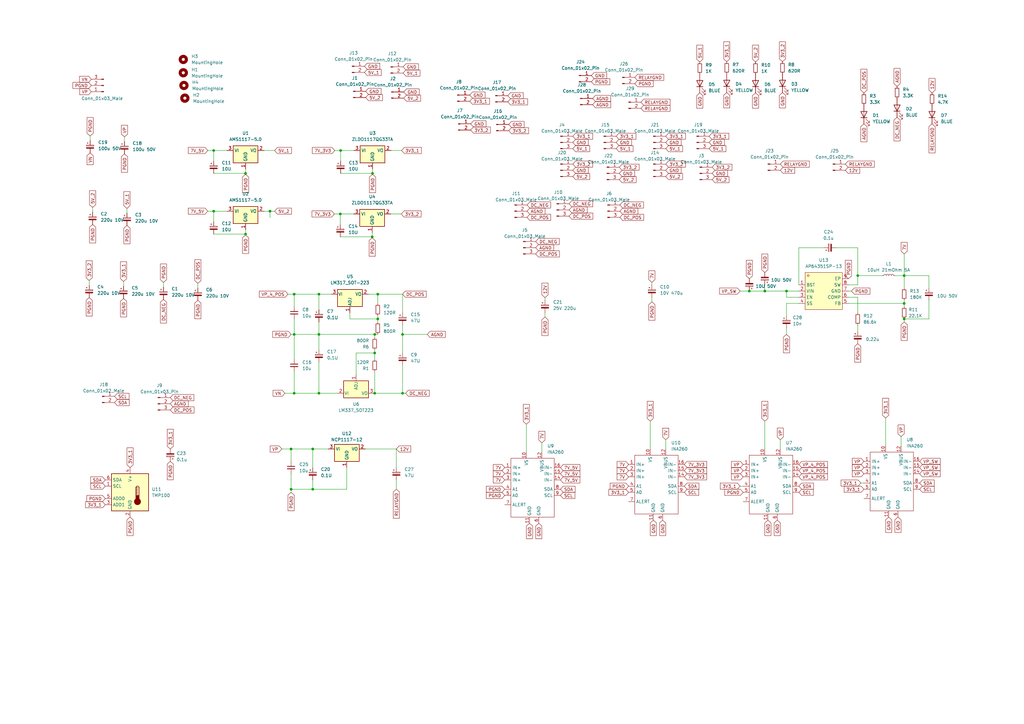
<source format=kicad_sch>
(kicad_sch (version 20231120) (generator "eeschema") (generator_version "8.0")
  (paper "A3")
  (junction (at 313.69 119.38))
  (junction (at 370.84 130.81))
  (junction (at 120.65 161.29))
  (junction (at 154.94 130.81))
  (junction (at 370.84 113.03))
  (junction (at 153.67 144.78))
  (junction (at 139.7 61.722))
  (junction (at 119.38 184.15))
  (junction (at 154.94 120.65))
  (junction (at 370.84 124.46))
  (junction (at 110.744 86.614))
  (junction (at 153.67 137.16))
  (junction (at 130.81 120.65))
  (junction (at 139.573 87.757))
  (junction (at 351.79 113.03))
  (junction (at 165.1 137.16))
  (junction (at 152.654 97.155))
  (junction (at 130.81 161.29))
  (junction (at 128.27 184.15))
  (junction (at 87.63 86.614))
  (junction (at 152.781 71.12))
  (junction (at 120.65 120.65))
  (junction (at 153.67 161.29))
  (junction (at 165.1 161.29))
  (junction (at 322.58 119.38))
  (junction (at 119.38 200.66))
  (junction (at 130.81 137.16))
  (junction (at 307.34 119.38))
  (junction (at 128.27 200.66))
  (junction (at 100.711 96.012))
  (junction (at 120.65 137.16))
  (junction (at 100.711 71.12))
  (junction (at 87.63 61.722))
  (wire (pts (xy 87.63 86.614) (xy 93.091 86.614)))
  (wire (pts (xy 160.274 87.757) (xy 164.592 87.757)))
  (wire (pts (xy 110.744 86.614) (xy 108.331 86.614)))
  (wire (pts (xy 322.58 119.38) (xy 327.66 119.38)))
  (wire (pts (xy 128.27 184.15) (xy 134.62 184.15)))
  (wire (pts (xy 120.65 137.16) (xy 130.81 137.16)))
  (wire (pts (xy 347.98 116.84) (xy 351.79 116.84)))
  (wire (pts (xy 120.65 147.32) (xy 120.65 137.16)))
  (wire (pts (xy 36.576 115.062) (xy 36.576 116.967)))
  (wire (pts (xy 128.27 191.77) (xy 128.27 184.15)))
  (wire (pts (xy 154.94 130.81) (xy 154.94 132.08)))
  (wire (pts (xy 154.94 129.54) (xy 154.94 130.81)))
  (wire (pts (xy 120.65 161.29) (xy 130.81 161.29)))
  (wire (pts (xy 351.8216 107.5565) (xy 351.8216 101.6)))
  (wire (pts (xy 152.654 97.536) (xy 152.654 97.155)))
  (wire (pts (xy 370.84 132.08) (xy 370.84 130.81)))
  (wire (pts (xy 100.711 71.501) (xy 100.711 71.12)))
  (wire (pts (xy 142.24 191.77) (xy 142.24 200.66)))
  (wire (pts (xy 149.86 184.15) (xy 162.56 184.15)))
  (wire (pts (xy 351.79 113.03) (xy 361.95 113.03)))
  (wire (pts (xy 351.79 133.35) (xy 351.79 135.89)))
  (wire (pts (xy 152.654 97.155) (xy 152.654 95.377)))
  (wire (pts (xy 87.63 61.722) (xy 93.091 61.722)))
  (wire (pts (xy 36.957 55.753) (xy 36.957 57.658)))
  (wire (pts (xy 37.973 85.09) (xy 37.973 86.995)))
  (wire (pts (xy 119.38 200.66) (xy 128.27 200.66)))
  (wire (pts (xy 162.56 196.85) (xy 162.56 200.66)))
  (wire (pts (xy 313.69 119.38) (xy 322.58 119.38)))
  (wire (pts (xy 139.573 97.155) (xy 152.654 97.155)))
  (wire (pts (xy 87.63 96.012) (xy 100.711 96.012)))
  (wire (pts (xy 160.401 61.722) (xy 164.719 61.722)))
  (wire (pts (xy 165.1 161.29) (xy 166.37 161.29)))
  (wire (pts (xy 100.711 71.12) (xy 100.711 69.342)))
  (wire (pts (xy 139.7 71.12) (xy 152.781 71.12)))
  (wire (pts (xy 347.98 124.46) (xy 370.84 124.46)))
  (wire (pts (xy 67.056 115.824) (xy 67.056 117.729)))
  (wire (pts (xy 115.57 184.15) (xy 119.38 184.15)))
  (wire (pts (xy 165.1 161.29) (xy 165.1 149.86)))
  (wire (pts (xy 351.79 107.5565) (xy 351.8216 107.5565)))
  (wire (pts (xy 100.711 96.012) (xy 100.711 94.234)))
  (wire (pts (xy 153.67 152.4) (xy 153.67 161.29)))
  (wire (pts (xy 137.16 87.757) (xy 139.573 87.757)))
  (wire (pts (xy 267.3655 115.8059) (xy 267.3655 116.9489)))
  (wire (pts (xy 119.38 137.16) (xy 120.65 137.16)))
  (wire (pts (xy 139.7 61.722) (xy 145.161 61.722)))
  (wire (pts (xy 130.81 161.29) (xy 138.43 161.29)))
  (wire (pts (xy 165.1 128.27) (xy 165.1 120.65)))
  (wire (pts (xy 215.9 173.99) (xy 215.9 185.42)))
  (wire (pts (xy 266.7 172.72) (xy 266.7 184.15)))
  (wire (pts (xy 143.51 128.27) (xy 143.51 130.81)))
  (wire (pts (xy 130.81 120.65) (xy 135.89 120.65)))
  (wire (pts (xy 120.65 152.4) (xy 120.65 161.29)))
  (wire (pts (xy 369.57 179.07) (xy 369.57 182.88)))
  (wire (pts (xy 120.65 130.81) (xy 120.65 137.16)))
  (wire (pts (xy 322.58 129.54) (xy 322.58 124.46)))
  (wire (pts (xy 146.05 144.78) (xy 153.67 144.78)))
  (wire (pts (xy 87.63 66.04) (xy 87.63 61.722)))
  (wire (pts (xy 130.81 127) (xy 130.81 120.65)))
  (wire (pts (xy 353.06 198.12) (xy 354.33 198.12)))
  (wire (pts (xy 165.1 133.35) (xy 165.1 137.16)))
  (wire (pts (xy 112.649 86.614) (xy 110.744 86.614)))
  (wire (pts (xy 347.98 119.38) (xy 349.25 119.38)))
  (wire (pts (xy 146.05 153.67) (xy 146.05 144.78)))
  (wire (pts (xy 130.81 137.16) (xy 130.81 132.08)))
  (wire (pts (xy 162.56 191.77) (xy 162.56 184.15)))
  (wire (pts (xy 154.94 120.65) (xy 154.94 124.46)))
  (wire (pts (xy 81.153 116.205) (xy 81.153 118.11)))
  (wire (pts (xy 327.66 101.6) (xy 337.82 101.6)))
  (wire (pts (xy 87.63 90.932) (xy 87.63 86.614)))
  (wire (pts (xy 85.217 86.614) (xy 87.63 86.614)))
  (wire (pts (xy 130.81 148.59) (xy 130.81 161.29)))
  (wire (pts (xy 154.94 120.65) (xy 165.1 120.65)))
  (wire (pts (xy 50.673 115.443) (xy 50.673 117.348)))
  (wire (pts (xy 370.84 125.73) (xy 370.84 124.46)))
  (wire (pts (xy 119.38 184.15) (xy 128.27 184.15)))
  (wire (pts (xy 153.67 147.32) (xy 153.67 144.78)))
  (wire (pts (xy 370.84 104.14) (xy 370.84 113.03)))
  (wire (pts (xy 370.84 113.03) (xy 370.84 118.11)))
  (wire (pts (xy 322.58 124.46) (xy 327.66 124.46)))
  (wire (pts (xy 307.34 119.38) (xy 313.69 119.38)))
  (wire (pts (xy 222.25 181.61) (xy 222.25 185.42)))
  (wire (pts (xy 153.67 161.29) (xy 165.1 161.29)))
  (wire (pts (xy 327.66 121.92) (xy 322.58 121.92)))
  (wire (pts (xy 139.573 92.075) (xy 139.573 87.757)))
  (wire (pts (xy 303.53 199.39) (xy 304.8 199.39)))
  (wire (pts (xy 320.04 180.34) (xy 320.04 184.15)))
  (wire (pts (xy 347.98 121.92) (xy 351.79 121.92)))
  (wire (pts (xy 153.67 144.78) (xy 153.67 143.51)))
  (wire (pts (xy 118.11 120.65) (xy 120.65 120.65)))
  (wire (pts (xy 381 130.81) (xy 370.84 130.81)))
  (wire (pts (xy 151.13 120.65) (xy 154.94 120.65)))
  (wire (pts (xy 273.05 180.34) (xy 273.05 184.15)))
  (wire (pts (xy 370.84 124.46) (xy 370.84 123.19)))
  (wire (pts (xy 119.38 189.23) (xy 119.38 184.15)))
  (wire (pts (xy 223.52 130.048) (xy 223.52 128.27)))
  (wire (pts (xy 128.27 200.66) (xy 128.27 196.85)))
  (wire (pts (xy 87.63 71.12) (xy 100.711 71.12)))
  (wire (pts (xy 363.22 171.45) (xy 363.22 182.88)))
  (wire (pts (xy 351.79 116.84) (xy 351.79 113.03)))
  (wire (pts (xy 85.217 61.722) (xy 87.63 61.722)))
  (wire (pts (xy 367.03 113.03) (xy 370.84 113.03)))
  (wire (pts (xy 165.1 144.78) (xy 165.1 137.16)))
  (wire (pts (xy 327.66 101.6) (xy 327.66 116.84)))
  (wire (pts (xy 267.3655 123.8069) (xy 267.3655 122.0289)))
  (wire (pts (xy 128.27 200.66) (xy 142.24 200.66)))
  (wire (pts (xy 120.65 125.73) (xy 120.65 120.65)))
  (wire (pts (xy 223.52 122.047) (xy 223.52 123.19)))
  (wire (pts (xy 351.8216 101.6) (xy 342.9 101.6)))
  (wire (pts (xy 322.58 137.16) (xy 322.58 134.62)))
  (wire (pts (xy 120.65 120.65) (xy 130.81 120.65)))
  (wire (pts (xy 153.67 137.16) (xy 154.94 137.16)))
  (wire (pts (xy 322.58 119.38) (xy 322.58 121.92)))
  (wire (pts (xy 143.51 130.81) (xy 154.94 130.81)))
  (wire (pts (xy 137.287 61.722) (xy 139.7 61.722)))
  (wire (pts (xy 351.79 121.92) (xy 351.79 128.27)))
  (wire (pts (xy 100.711 96.393) (xy 100.711 96.012)))
  (wire (pts (xy 152.781 71.501) (xy 152.781 71.12)))
  (wire (pts (xy 139.7 66.04) (xy 139.7 61.722)))
  (wire (pts (xy 351.79 113.03) (xy 351.79 107.5565)))
  (wire (pts (xy 381 113.03) (xy 381 118.11)))
  (wire (pts (xy 108.331 61.722) (xy 112.649 61.722)))
  (wire (pts (xy 303.53 119.38) (xy 307.34 119.38)))
  (wire (pts (xy 153.67 137.16) (xy 153.67 138.43)))
  (wire (pts (xy 119.38 200.66) (xy 119.38 201.93)))
  (wire (pts (xy 313.69 172.72) (xy 313.69 184.15)))
  (wire (pts (xy 110.744 89.281) (xy 110.744 86.614)))
  (wire (pts (xy 119.38 194.31) (xy 119.38 200.66)))
  (wire (pts (xy 130.81 143.51) (xy 130.81 137.16)))
  (wire (pts (xy 51.054 56.134) (xy 51.054 58.039)))
  (wire (pts (xy 152.781 71.12) (xy 152.781 69.342)))
  (wire (pts (xy 130.81 137.16) (xy 153.67 137.16)))
  (wire (pts (xy 116.84 161.29) (xy 120.65 161.29)))
  (wire (pts (xy 313.69 116.84) (xy 313.69 119.38)))
  (wire (pts (xy 381 123.19) (xy 381 130.81)))
  (wire (pts (xy 370.84 113.03) (xy 381 113.03)))
  (wire (pts (xy 175.26 137.16) (xy 165.1 137.16)))
  (wire (pts (xy 52.07 85.471) (xy 52.07 87.376)))
  (wire (pts (xy 139.573 87.757) (xy 145.034 87.757)))
  (global_label "3V3_1" (shape input) (at 353.06 198.12 180) (property "Intersheetrefs" "${INTERSHEET_REFS}" (effects (hide yes))))
  (global_label "5V_2" (shape input) (at 273.05 72.39 0) (property "Intersheetrefs" "${INTERSHEET_REFS}" (effects (hide yes))))
  (global_label "PGND" (shape input) (at 207.01 203.2 180) (property "Intersheetrefs" "${INTERSHEET_REFS}" (effects (hide yes))))
  (global_label "GND" (shape input) (at 298.069 37.973 270) (property "Intersheetrefs" "${INTERSHEET_REFS}" (effects (hide yes))))
  (global_label "GND" (shape input) (at 273.05 58.42 0) (property "Intersheetrefs" "${INTERSHEET_REFS}" (effects (hide yes))))
  (global_label "VP" (shape input) (at 354.33 189.23 180) (property "Intersheetrefs" "${INTERSHEET_REFS}" (effects (hide yes))))
  (global_label "7V_5V" (shape input) (at 85.217 61.722 180) (property "Intersheetrefs" "${INTERSHEET_REFS}" (effects (hide yes))))
  (global_label "SDA" (shape input) (at 280.67 199.39 0) (property "Intersheetrefs" "${INTERSHEET_REFS}" (effects (hide yes))))
  (global_label "SCL" (shape input) (at 46.99 162.56 0) (property "Intersheetrefs" "${INTERSHEET_REFS}" (effects (hide yes))))
  (global_label "DC_NEG" (shape input) (at 254.254 84.074 0) (property "Intersheetrefs" "${INTERSHEET_REFS}" (effects (hide yes))))
  (global_label "AGND" (shape input) (at 233.426 86.106 0) (property "Intersheetrefs" "${INTERSHEET_REFS}" (effects (hide yes))))
  (global_label "GND" (shape input) (at 242.57 30.988 0) (property "Intersheetrefs" "${INTERSHEET_REFS}" (effects (hide yes))))
  (global_label "5V_2" (shape input) (at 165.608 40.259 0) (property "Intersheetrefs" "${INTERSHEET_REFS}" (effects (hide yes))))
  (global_label "GND" (shape input) (at 273.05 69.85 0) (property "Intersheetrefs" "${INTERSHEET_REFS}" (effects (hide yes))))
  (global_label "SDA" (shape input) (at 377.19 198.12 0) (property "Intersheetrefs" "${INTERSHEET_REFS}" (effects (hide yes))))
  (global_label "PGND" (shape input) (at 36.576 122.047 270) (property "Intersheetrefs" "${INTERSHEET_REFS}" (effects (hide yes))))
  (global_label "VP" (shape input) (at 37.465 37.592 180) (property "Intersheetrefs" "${INTERSHEET_REFS}" (effects (hide yes))))
  (global_label "GND" (shape input) (at 165.608 37.719 0) (property "Intersheetrefs" "${INTERSHEET_REFS}" (effects (hide yes))))
  (global_label "DC_NEG" (shape input) (at 219.71 99.06 0) (property "Intersheetrefs" "${INTERSHEET_REFS}" (effects (hide yes))))
  (global_label "3V3_2" (shape input) (at 234.95 67.31 0) (property "Intersheetrefs" "${INTERSHEET_REFS}" (effects (hide yes))))
  (global_label "VN" (shape input) (at 116.84 161.29 180) (property "Intersheetrefs" "${INTERSHEET_REFS}" (effects (hide yes))))
  (global_label "GND" (shape input) (at 252.73 58.42 0) (property "Intersheetrefs" "${INTERSHEET_REFS}" (effects (hide yes))))
  (global_label "VP_SW" (shape input) (at 377.19 194.31 0) (property "Intersheetrefs" "${INTERSHEET_REFS}" (effects (hide yes))))
  (global_label "GND" (shape input) (at 165.354 27.432 0) (property "Intersheetrefs" "${INTERSHEET_REFS}" (effects (hide yes))))
  (global_label "3V3_1" (shape input) (at 234.95 55.88 0) (property "Intersheetrefs" "${INTERSHEET_REFS}" (effects (hide yes))))
  (global_label "3V3_2" (shape input) (at 193.04 53.34 0) (property "Intersheetrefs" "${INTERSHEET_REFS}" (effects (hide yes))))
  (global_label "RELAYGND" (shape input) (at 382.27 50.8 270) (property "Intersheetrefs" "${INTERSHEET_REFS}" (effects (hide yes))))
  (global_label "GND" (shape input) (at 271.78 213.36 270) (property "Intersheetrefs" "${INTERSHEET_REFS}" (effects (hide yes))))
  (global_label "3V3_2" (shape input) (at 254 68.58 0) (property "Intersheetrefs" "${INTERSHEET_REFS}" (effects (hide yes))))
  (global_label "GND" (shape input) (at 318.77 213.36 270) (property "Intersheetrefs" "${INTERSHEET_REFS}" (effects (hide yes))))
  (global_label "7V_5V" (shape input) (at 229.87 191.77 0) (property "Intersheetrefs" "${INTERSHEET_REFS}" (effects (hide yes))))
  (global_label "VP_4_POS" (shape input) (at 118.11 120.65 180) (property "Intersheetrefs" "${INTERSHEET_REFS}" (effects (hide yes))))
  (global_label "AGND" (shape input) (at 219.71 101.6 0) (property "Intersheetrefs" "${INTERSHEET_REFS}" (effects (hide yes))))
  (global_label "PGND" (shape input) (at 152.781 71.501 270) (property "Intersheetrefs" "${INTERSHEET_REFS}" (effects (hide yes))))
  (global_label "PGND" (shape input) (at 50.673 122.428 270) (property "Intersheetrefs" "${INTERSHEET_REFS}" (effects (hide yes))))
  (global_label "PGND" (shape input) (at 69.85 189.23 270) (property "Intersheetrefs" "${INTERSHEET_REFS}" (effects (hide yes))))
  (global_label "3V3_2" (shape input) (at 36.576 115.062 90) (property "Intersheetrefs" "${INTERSHEET_REFS}" (effects (hide yes))))
  (global_label "AGND" (shape input) (at 175.26 137.16 0) (property "Intersheetrefs" "${INTERSHEET_REFS}" (effects (hide yes))))
  (global_label "SDA" (shape input) (at 327.66 199.39 0) (property "Intersheetrefs" "${INTERSHEET_REFS}" (effects (hide yes))))
  (global_label "5V_1" (shape input) (at 165.354 29.972 0) (property "Intersheetrefs" "${INTERSHEET_REFS}" (effects (hide yes))))
  (global_label "RELAYGND" (shape input) (at 320.04 67.31 0) (property "Intersheetrefs" "${INTERSHEET_REFS}" (effects (hide yes))))
  (global_label "VP" (shape input) (at 320.04 180.34 90) (property "Intersheetrefs" "${INTERSHEET_REFS}" (effects (hide yes))))
  (global_label "GND" (shape input) (at 314.96 213.36 270) (property "Intersheetrefs" "${INTERSHEET_REFS}" (effects (hide yes))))
  (global_label "DC_NEG" (shape input) (at 233.426 83.566 0) (property "Intersheetrefs" "${INTERSHEET_REFS}" (effects (hide yes))))
  (global_label "GND" (shape input) (at 192.659 38.989 0) (property "Intersheetrefs" "${INTERSHEET_REFS}" (effects (hide yes))))
  (global_label "RELAYGND" (shape input) (at 262.89 44.45 0) (property "Intersheetrefs" "${INTERSHEET_REFS}" (effects (hide yes))))
  (global_label "3V3_1" (shape input) (at 257.81 201.93 180) (property "Intersheetrefs" "${INTERSHEET_REFS}" (effects (hide yes))))
  (global_label "7V" (shape input) (at 273.05 180.34 90) (property "Intersheetrefs" "${INTERSHEET_REFS}" (effects (hide yes))))
  (global_label "3V3_1" (shape input) (at 298.069 25.273 90) (property "Intersheetrefs" "${INTERSHEET_REFS}" (effects (hide yes))))
  (global_label "5V_2" (shape input) (at 254 73.66 0) (property "Intersheetrefs" "${INTERSHEET_REFS}" (effects (hide yes))))
  (global_label "SDA" (shape input) (at 229.87 200.66 0) (property "Intersheetrefs" "${INTERSHEET_REFS}" (effects (hide yes))))
  (global_label "5V_1" (shape input) (at 252.73 60.96 0) (property "Intersheetrefs" "${INTERSHEET_REFS}" (effects (hide yes))))
  (global_label "GND" (shape input) (at 234.95 58.42 0) (property "Intersheetrefs" "${INTERSHEET_REFS}" (effects (hide yes))))
  (global_label "PGND" (shape input) (at 313.69 111.76 90) (property "Intersheetrefs" "${INTERSHEET_REFS}" (effects (hide yes))))
  (global_label "SDA" (shape input) (at 43.18 196.85 180) (property "Intersheetrefs" "${INTERSHEET_REFS}" (effects (hide yes))))
  (global_label "AGND" (shape input) (at 243.078 42.926 0) (property "Intersheetrefs" "${INTERSHEET_REFS}" (effects (hide yes))))
  (global_label "AGND" (shape input) (at 243.078 40.386 0) (property "Intersheetrefs" "${INTERSHEET_REFS}" (effects (hide yes))))
  (global_label "GND" (shape input) (at 368.3 212.09 270) (property "Intersheetrefs" "${INTERSHEET_REFS}" (effects (hide yes))))
  (global_label "DC_POS" (shape input) (at 254.254 89.154 0) (property "Intersheetrefs" "${INTERSHEET_REFS}" (effects (hide yes))))
  (global_label "7V_3V3" (shape input) (at 280.67 190.5 0) (property "Intersheetrefs" "${INTERSHEET_REFS}" (effects (hide yes))))
  (global_label "12V" (shape input) (at 382.27 38.1 90) (property "Intersheetrefs" "${INTERSHEET_REFS}" (effects (hide yes))))
  (global_label "VN" (shape input) (at 36.957 62.738 270) (property "Intersheetrefs" "${INTERSHEET_REFS}" (effects (hide yes))))
  (global_label "PGND" (shape input) (at 43.18 204.47 180) (property "Intersheetrefs" "${INTERSHEET_REFS}" (effects (hide yes))))
  (global_label "12V" (shape input) (at 320.04 69.85 0) (property "Intersheetrefs" "${INTERSHEET_REFS}" (effects (hide yes))))
  (global_label "VP_4_POS" (shape input) (at 327.66 195.58 0) (property "Intersheetrefs" "${INTERSHEET_REFS}" (effects (hide yes))))
  (global_label "7V_3V3" (shape input) (at 280.67 195.58 0) (property "Intersheetrefs" "${INTERSHEET_REFS}" (effects (hide yes))))
  (global_label "7V" (shape input) (at 207.01 191.77 180) (property "Intersheetrefs" "${INTERSHEET_REFS}" (effects (hide yes))))
  (global_label "GND" (shape input) (at 292.1 71.12 0) (property "Intersheetrefs" "${INTERSHEET_REFS}" (effects (hide yes))))
  (global_label "3V3_2" (shape input) (at 164.592 87.757 0) (property "Intersheetrefs" "${INTERSHEET_REFS}" (effects (hide yes))))
  (global_label "VP" (shape input) (at 354.33 191.77 180) (property "Intersheetrefs" "${INTERSHEET_REFS}" (effects (hide yes))))
  (global_label "PGND" (shape input) (at 152.654 97.536 270) (property "Intersheetrefs" "${INTERSHEET_REFS}" (effects (hide yes))))
  (global_label "VP_4_POS" (shape input) (at 327.66 193.04 0) (property "Intersheetrefs" "${INTERSHEET_REFS}" (effects (hide yes))))
  (global_label "3V3_1" (shape input) (at 215.9 173.99 90) (property "Intersheetrefs" "${INTERSHEET_REFS}" (effects (hide yes))))
  (global_label "VP_SW" (shape input) (at 303.53 119.38 180) (property "Intersheetrefs" "${INTERSHEET_REFS}" (effects (hide yes))))
  (global_label "5V_1" (shape input) (at 287.02 25.4 90) (property "Intersheetrefs" "${INTERSHEET_REFS}" (effects (hide yes))))
  (global_label "3V3_2" (shape input) (at 292.1 68.58 0) (property "Intersheetrefs" "${INTERSHEET_REFS}" (effects (hide yes))))
  (global_label "VP" (shape input) (at 304.8 193.04 180) (property "Intersheetrefs" "${INTERSHEET_REFS}" (effects (hide yes))))
  (global_label "DC_POS" (shape input) (at 81.153 116.205 90) (property "Intersheetrefs" "${INTERSHEET_REFS}" (effects (hide yes))))
  (global_label "DC_POS" (shape input) (at 354.33 38.1 90) (property "Intersheetrefs" "${INTERSHEET_REFS}" (effects (hide yes))))
  (global_label "PGND" (shape input) (at 52.07 92.456 270) (property "Intersheetrefs" "${INTERSHEET_REFS}" (effects (hide yes))))
  (global_label "DC_NEG" (shape input) (at 69.85 163.068 0) (property "Intersheetrefs" "${INTERSHEET_REFS}" (effects (hide yes))))
  (global_label "5V_1" (shape input) (at 234.95 60.96 0) (property "Intersheetrefs" "${INTERSHEET_REFS}" (effects (hide yes))))
  (global_label "PGND" (shape input) (at 267.3655 123.8069 270) (property "Intersheetrefs" "${INTERSHEET_REFS}" (effects (hide yes))))
  (global_label "PGND" (shape input) (at 53.34 212.09 270) (property "Intersheetrefs" "${INTERSHEET_REFS}" (effects (hide yes))))
  (global_label "7V" (shape input) (at 257.81 190.5 180) (property "Intersheetrefs" "${INTERSHEET_REFS}" (effects (hide yes))))
  (global_label "GND" (shape input) (at 208.661 51.054 0) (property "Intersheetrefs" "${INTERSHEET_REFS}" (effects (hide yes))))
  (global_label "GND" (shape input) (at 287.02 38.1 270) (property "Intersheetrefs" "${INTERSHEET_REFS}" (effects (hide yes))))
  (global_label "RELAYGND" (shape input) (at 260.35 31.75 0) (property "Intersheetrefs" "${INTERSHEET_REFS}" (effects (hide yes))))
  (global_label "7V" (shape input) (at 257.81 193.04 180) (property "Intersheetrefs" "${INTERSHEET_REFS}" (effects (hide yes))))
  (global_label "AGND" (shape input) (at 69.85 165.608 0) (property "Intersheetrefs" "${INTERSHEET_REFS}" (effects (hide yes))))
  (global_label "5V_2" (shape input) (at 309.88 25.4 90) (property "Intersheetrefs" "${INTERSHEET_REFS}" (effects (hide yes))))
  (global_label "5V_2" (shape input) (at 37.973 85.09 90) (property "Intersheetrefs" "${INTERSHEET_REFS}" (effects (hide yes))))
  (global_label "DC_POS" (shape input) (at 216.154 89.154 0) (property "Intersheetrefs" "${INTERSHEET_REFS}" (effects (hide yes))))
  (global_label "AGND" (shape input) (at 216.154 86.614 0) (property "Intersheetrefs" "${INTERSHEET_REFS}" (effects (hide yes))))
  (global_label "5V_1" (shape input) (at 290.83 60.96 0) (property "Intersheetrefs" "${INTERSHEET_REFS}" (effects (hide yes))))
  (global_label "7V" (shape input) (at 257.81 195.58 180) (property "Intersheetrefs" "${INTERSHEET_REFS}" (effects (hide yes))))
  (global_label "12V" (shape input) (at 162.56 184.15 0) (property "Intersheetrefs" "${INTERSHEET_REFS}" (effects (hide yes))))
  (global_label "12V" (shape input) (at 346.71 69.85 0) (property "Intersheetrefs" "${INTERSHEET_REFS}" (effects (hide yes))))
  (global_label "PGND" (shape input) (at 67.056 115.824 90) (property "Intersheetrefs" "${INTERSHEET_REFS}" (effects (hide yes))))
  (global_label "GND" (shape input) (at 217.17 214.63 270) (property "Intersheetrefs" "${INTERSHEET_REFS}" (effects (hide yes))))
  (global_label "5V_2" (shape input) (at 234.95 72.39 0) (property "Intersheetrefs" "${INTERSHEET_REFS}" (effects (hide yes))))
  (global_label "GND" (shape input) (at 149.479 27.178 0) (property "Intersheetrefs" "${INTERSHEET_REFS}" (effects (hide yes))))
  (global_label "5V_1" (shape input) (at 112.649 61.722 0) (property "Intersheetrefs" "${INTERSHEET_REFS}" (effects (hide yes))))
  (global_label "DC_NEG" (shape input) (at 67.056 122.809 270) (property "Intersheetrefs" "${INTERSHEET_REFS}" (effects (hide yes))))
  (global_label "VN" (shape input) (at 37.465 32.512 180) (property "Intersheetrefs" "${INTERSHEET_REFS}" (effects (hide yes))))
  (global_label "GND" (shape input) (at 320.929 37.973 270) (property "Intersheetrefs" "${INTERSHEET_REFS}" (effects (hide yes))))
  (global_label "3V3_1" (shape input) (at 164.719 61.722 0) (property "Intersheetrefs" "${INTERSHEET_REFS}" (effects (hide yes))))
  (global_label "PGND" (shape input) (at 242.57 33.528 0) (property "Intersheetrefs" "${INTERSHEET_REFS}" (effects (hide yes))))
  (global_label "VP" (shape input) (at 304.8 195.58 180) (property "Intersheetrefs" "${INTERSHEET_REFS}" (effects (hide yes))))
  (global_label "3V3_1" (shape input) (at 69.85 184.15 90) (property "Intersheetrefs" "${INTERSHEET_REFS}" (effects (hide yes))))
  (global_label "PGND" (shape input) (at 304.8 201.93 180) (property "Intersheetrefs" "${INTERSHEET_REFS}" (effects (hide yes))))
  (global_label "3V3_1" (shape input) (at 53.34 191.77 90) (property "Intersheetrefs" "${INTERSHEET_REFS}" (effects (hide yes))))
  (global_label "GND" (shape input) (at 193.04 50.8 0) (property "Intersheetrefs" "${INTERSHEET_REFS}" (effects (hide yes))))
  (global_label "DC_POS" (shape input) (at 219.71 104.14 0) (property "Intersheetrefs" "${INTERSHEET_REFS}" (effects (hide yes))))
  (global_label "5V_2" (shape input) (at 112.649 86.614 0) (property "Intersheetrefs" "${INTERSHEET_REFS}" (effects (hide yes))))
  (global_label "3V3_2" (shape input) (at 208.661 53.594 0) (property "Intersheetrefs" "${INTERSHEET_REFS}" (effects (hide yes))))
  (global_label "PGND" (shape input) (at 260.35 34.29 0) (property "Intersheetrefs" "${INTERSHEET_REFS}" (effects (hide yes))))
  (global_label "GND" (shape input) (at 220.98 214.63 270) (property "Intersheetrefs" "${INTERSHEET_REFS}" (effects (hide yes))))
  (global_label "3V3_1" (shape input) (at 50.673 115.443 90) (property "Intersheetrefs" "${INTERSHEET_REFS}" (effects (hide yes))))
  (global_label "DC_POS" (shape input) (at 233.426 88.646 0) (property "Intersheetrefs" "${INTERSHEET_REFS}" (effects (hide yes))))
  (global_label "PGND" (shape input) (at 223.52 130.048 270) (property "Intersheetrefs" "${INTERSHEET_REFS}" (effects (hide yes))))
  (global_label "DC_NEG" (shape input) (at 216.154 84.074 0) (property "Intersheetrefs" "${INTERSHEET_REFS}" (effects (hide yes))))
  (global_label "DC_POS" (shape input) (at 165.1 120.65 0) (property "Intersheetrefs" "${INTERSHEET_REFS}" (effects (hide yes))))
  (global_label "3V3_1" (shape input) (at 363.22 171.45 90) (property "Intersheetrefs" "${INTERSHEET_REFS}" (effects (hide yes))))
  (global_label "SCL" (shape input) (at 280.67 201.93 0) (property "Intersheetrefs" "${INTERSHEET_REFS}" (effects (hide yes))))
  (global_label "7V_3V3" (shape input) (at 137.16 87.757 180) (property "Intersheetrefs" "${INTERSHEET_REFS}" (effects (hide yes))))
  (global_label "RELAYGND" (shape input) (at 346.71 67.31 0) (property "Intersheetrefs" "${INTERSHEET_REFS}" (effects (hide yes))))
  (global_label "GND" (shape input) (at 254 71.12 0) (property "Intersheetrefs" "${INTERSHEET_REFS}" (effects (hide yes))))
  (global_label "SCL" (shape input) (at 327.66 201.93 0) (property "Intersheetrefs" "${INTERSHEET_REFS}" (effects (hide yes))))
  (global_label "7V" (shape input) (at 222.25 181.61 90) (property "Intersheetrefs" "${INTERSHEET_REFS}" (effects (hide yes))))
  (global_label "7V" (shape input) (at 267.3655 115.8059 90) (property "Intersheetrefs" "${INTERSHEET_REFS}" (effects (hide yes))))
  (global_label "SCL" (shape input) (at 229.87 203.2 0) (property "Intersheetrefs" "${INTERSHEET_REFS}" (effects (hide yes))))
  (global_label "7V_5V" (shape input) (at 229.87 196.85 0) (property "Intersheetrefs" "${INTERSHEET_REFS}" (effects (hide yes))))
  (global_label "3V3_1" (shape input) (at 43.18 207.01 180) (property "Intersheetrefs" "${INTERSHEET_REFS}" (effects (hide yes))))
  (global_label "5V_2" (shape input) (at 292.1 73.66 0) (property "Intersheetrefs" "${INTERSHEET_REFS}" (effects (hide yes))))
  (global_label "PGND" (shape input) (at 307.34 114.3 90) (property "Intersheetrefs" "${INTERSHEET_REFS}" (effects (hide yes))))
  (global_label "GND" (shape input) (at 208.28 39.243 0) (property "Intersheetrefs" "${INTERSHEET_REFS}" (effects (hide yes))))
  (global_label "VP" (shape input) (at 51.054 56.134 90) (property "Intersheetrefs" "${INTERSHEET_REFS}" (effects (hide yes))))
  (global_label "DC_NEG" (shape input) (at 166.37 161.29 0) (property "Intersheetrefs" "${INTERSHEET_REFS}" (effects (hide yes))))
  (global_label "GND" (shape input) (at 364.49 212.09 270) (property "Intersheetrefs" "${INTERSHEET_REFS}" (effects (hide yes))))
  (global_label "PGND" (shape input) (at 347.98 114.3 90) (property "Intersheetrefs" "${INTERSHEET_REFS}" (effects (hide yes))))
  (global_label "GND" (shape input) (at 309.88 38.1 270) (property "Intersheetrefs" "${INTERSHEET_REFS}" (effects (hide yes))))
  (global_label "DC_NEG" (shape input) (at 367.919 48.133 270) (property "Intersheetrefs" "${INTERSHEET_REFS}" (effects (hide yes))))
  (global_label "AGND" (shape input) (at 367.919 35.433 90) (property "Intersheetrefs" "${INTERSHEET_REFS}" (effects (hide yes))))
  (global_label "SDA" (shape input) (at 46.99 165.1 0) (property "Intersheetrefs" "${INTERSHEET_REFS}" (effects (hide yes))))
  (global_label "VP_SW" (shape input) (at 377.19 191.77 0) (property "Intersheetrefs" "${INTERSHEET_REFS}" (effects (hide yes))))
  (global_label "5V_1" (shape input) (at 149.479 29.718 0) (property "Intersheetrefs" "${INTERSHEET_REFS}" (effects (hide yes))))
  (global_label "PGND" (shape input) (at 37.973 92.075 270) (property "Intersheetrefs" "${INTERSHEET_REFS}" (effects (hide yes))))
  (global_label "VP_SW" (shape input) (at 377.19 189.23 0) (property "Intersheetrefs" "${INTERSHEET_REFS}" (effects (hide yes))))
  (global_label "AGND" (shape input) (at 254.254 86.614 0) (property "Intersheetrefs" "${INTERSHEET_REFS}" (effects (hide yes))))
  (global_label "7V" (shape input) (at 207.01 196.85 180) (property "Intersheetrefs" "${INTERSHEET_REFS}" (effects (hide yes))))
  (global_label "VP" (shape input) (at 369.57 179.07 90) (property "Intersheetrefs" "${INTERSHEET_REFS}" (effects (hide yes))))
  (global_label "PGND" (shape input) (at 349.25 119.38 0) (property "Intersheetrefs" "${INTERSHEET_REFS}" (effects (hide yes))))
  (global_label "7V" (shape input) (at 207.01 194.31 180) (property "Intersheetrefs" "${INTERSHEET_REFS}" (effects (hide yes))))
  (global_label "PGND" (shape input) (at 370.84 132.08 270) (property "Intersheetrefs" "${INTERSHEET_REFS}" (effects (hide yes))))
  (global_label "VP" (shape input) (at 115.57 184.15 180) (property "Intersheetrefs" "${INTERSHEET_REFS}" (effects (hide yes))))
  (global_label "SCL" (shape input) (at 377.19 200.66 0) (property "Intersheetrefs" "${INTERSHEET_REFS}" (effects (hide yes))))
  (global_label "3V3_1" (shape input) (at 354.33 200.66 180) (property "Intersheetrefs" "${INTERSHEET_REFS}" (effects (hide yes))))
  (global_label "PGND" (shape input) (at 36.957 55.753 90) (property "Intersheetrefs" "${INTERSHEET_REFS}" (effects (hide yes))))
  (global_label "PGND" (shape input) (at 100.711 96.393 270) (property "Intersheetrefs" "${INTERSHEET_REFS}" (effects (hide yes))))
  (global_label "5V_1" (shape input) (at 52.07 85.471 90) (property "Intersheetrefs" "${INTERSHEET_REFS}" (effects (hide yes))))
  (global_label "PGND" (shape input) (at 81.153 123.19 270) (property "Intersheetrefs" "${INTERSHEET_REFS}" (effects (hide yes))))
  (global_label "7V_3V3" (shape input) (at 280.67 193.04 0) (property "Intersheetrefs" "${INTERSHEET_REFS}" (effects (hide yes))))
  (global_label "3V3_1" (shape input) (at 290.83 55.88 0) (property "Intersheetrefs" "${INTERSHEET_REFS}" (effects (hide yes))))
  (global_label "VP" (shape input) (at 354.33 194.31 180) (property "Intersheetrefs" "${INTERSHEET_REFS}" (effects (hide yes))))
  (global_label "3V3_1" (shape input) (at 192.659 41.529 0) (property "Intersheetrefs" "${INTERSHEET_REFS}" (effects (hide yes))))
  (global_label "3V3_1" (shape input) (at 273.05 55.88 0) (property "Intersheetrefs" "${INTERSHEET_REFS}" (effects (hide yes))))
  (global_label "7V_5V" (shape input) (at 85.217 86.614 180) (property "Intersheetrefs" "${INTERSHEET_REFS}" (effects (hide yes))))
  (global_label "SCL" (shape input) (at 43.18 199.39 180) (property "Intersheetrefs" "${INTERSHEET_REFS}" (effects (hide yes))))
  (global_label "7V_5V" (shape input) (at 229.87 194.31 0) (property "Intersheetrefs" "${INTERSHEET_REFS}" (effects (hide yes))))
  (global_label "PGND" (shape input) (at 100.711 71.501 270) (property "Intersheetrefs" "${INTERSHEET_REFS}" (effects (hide yes))))
  (global_label "VP" (shape input) (at 304.8 190.5 180) (property "Intersheetrefs" "${INTERSHEET_REFS}" (effects (hide yes))))
  (global_label "VP_4_POS" (shape input) (at 327.66 190.5 0) (property "Intersheetrefs" "${INTERSHEET_REFS}" (effects (hide yes))))
  (global_label "GND" (shape input) (at 267.97 213.36 270) (property "Intersheetrefs" "${INTERSHEET_REFS}" (effects (hide yes))))
  (global_label "PGND" (shape input) (at 37.465 35.052 180) (property "Intersheetrefs" "${INTERSHEET_REFS}" (effects (hide yes))))
  (global_label "5V_1" (shape input) (at 273.05 60.96 0) (property "Intersheetrefs" "${INTERSHEET_REFS}" (effects (hide yes))))
  (global_label "PGND" (shape input) (at 257.81 199.39 180) (property "Intersheetrefs" "${INTERSHEET_REFS}" (effects (hide yes))))
  (global_label "PGND" (shape input) (at 351.79 140.97 270) (property "Intersheetrefs" "${INTERSHEET_REFS}" (effects (hide yes))))
  (global_label "PGND" (shape input) (at 51.054 63.119 270) (property "Intersheetrefs" "${INTERSHEET_REFS}" (effects (hide yes))))
  (global_label "3V3_1" (shape input) (at 208.28 41.783 0) (property "Intersheetrefs" "${INTERSHEET_REFS}" (effects (hide yes))))
  (global_label "3V3_2" (shape input) (at 273.05 67.31 0) (property "Intersheetrefs" "${INTERSHEET_REFS}" (effects (hide yes))))
  (global_label "3V3_2" (shape input) (at 320.929 25.273 90) (property "Intersheetrefs" "${INTERSHEET_REFS}" (effects (hide yes))))
  (global_label "PGND" (shape input) (at 119.38 201.93 270) (property "Intersheetrefs" "${INTERSHEET_REFS}" (effects (hide yes))))
  (global_label "DC_POS" (shape input) (at 69.85 168.148 0) (property "Intersheetrefs" "${INTERSHEET_REFS}" (effects (hide yes))))
  (global_label "PGND" (shape input) (at 322.58 137.16 270) (property "Intersheetrefs" "${INTERSHEET_REFS}" (effects (hide yes))))
  (global_label "RELAYGND" (shape input) (at 262.89 41.91 0) (property "Intersheetrefs" "${INTERSHEET_REFS}" (effects (hide yes))))
  (global_label "3V3_1" (shape input) (at 303.53 199.39 180) (property "Intersheetrefs" "${INTERSHEET_REFS}" (effects (hide yes))))
  (global_label "GND" (shape input) (at 234.95 69.85 0) (property "Intersheetrefs" "${INTERSHEET_REFS}" (effects (hide yes))))
  (global_label "GND" (shape input) (at 290.83 58.42 0) (property "Intersheetrefs" "${INTERSHEET_REFS}" (effects (hide yes))))
  (global_label "RELAYGND" (shape input) (at 162.56 200.66 270) (property "Intersheetrefs" "${INTERSHEET_REFS}" (effects (hide yes))))
  (global_label "PGND" (shape input) (at 119.38 137.16 180) (property "Intersheetrefs" "${INTERSHEET_REFS}" (effects (hide yes))))
  (global_label "3V3_1" (shape input) (at 252.73 55.88 0) (property "Intersheetrefs" "${INTERSHEET_REFS}" (effects (hide yes))))
  (global_label "7V_3V3" (shape input) (at 137.287 61.722 180) (property "Intersheetrefs" "${INTERSHEET_REFS}" (effects (hide yes))))
  (global_label "GND" (shape input) (at 149.987 37.465 0) (property "Intersheetrefs" "${INTERSHEET_REFS}" (effects (hide yes))))
  (global_label "7V" (shape input) (at 370.84 104.14 90) (property "Intersheetrefs" "${INTERSHEET_REFS}" (effects (hide yes))))
  (global_label "5V_2" (shape input) (at 149.987 40.005 0) (property "Intersheetrefs" "${INTERSHEET_REFS}" (effects (hide yes))))
  (global_label "3V3_1" (shape input) (at 266.7 172.72 90) (property "Intersheetrefs" "${INTERSHEET_REFS}" (effects (hide yes))))
  (global_label "AGND" (shape input) (at 354.33 50.8 270) (property "Intersheetrefs" "${INTERSHEET_REFS}" (effects (hide yes))))
  (global_label "3V3_1" (shape input) (at 313.69 172.72 90) (property "Intersheetrefs" "${INTERSHEET_REFS}" (effects (hide yes))))
  (global_label "PGND" (shape input) (at 207.01 200.66 180) (property "Intersheetrefs" "${INTERSHEET_REFS}" (effects (hide yes))))
  (global_label "12V" (shape input) (at 223.52 122.047 90) (property "Intersheetrefs" "${INTERSHEET_REFS}" (effects (hide yes))))
  (symbol (lib_id "Device:C_Polarized_Small") (at 67.056 120.269 0) (unit 1)
    (property "Reference" "C1" (at 70.358 118.4528 0) (effects (justify left)))
    (property "Value" "220u 10V" (at 70.358 120.9928 0) (effects (justify left)))
    (property "Footprint" "Capacitor_THT:CP_Radial_D6.3mm_P2.50mm" (effects (hide yes)))
  )
  (symbol (lib_id "Connector:Conn_01x03_Male") (at 249.174 86.614 0) (unit 1)
    (property "Reference" "J6" (at 249.809 79.375 0))
    (property "Value" "Conn_01x03_Male" (at 249.809 81.915 0))
    (property "Footprint" "Connector_JST:JST_PH_B3B-PH-K_1x03_P2.00mm_Vertical" (effects (hide yes)))
  )
  (symbol (lib_id "Regulator_Linear:LM317_SOT-223") (at 143.51 120.65 0) (unit 1)
    (property "Reference" "U5" (at 143.51 113.411 0))
    (property "Value" "LM317_SOT-223" (at 143.51 115.951 0))
    (property "Footprint" "Package_TO_SOT_SMD:SOT-223-3_TabPin2" (effects (hide yes)))
    (property "Datasheet" "http://www.ti.com/lit/ds/symlink/lm317.pdf" (effects (hide yes)))
    (property "Mouser" "595-LM317DCY" (effects (hide yes)))
  )
  (symbol (lib_id "Device:LED") (at 320.929 34.163 90) (unit 1)
    (property "Reference" "D3" (at 324.485 34.4804 90) (effects (justify right)))
    (property "Value" "YELLOW" (at 324.485 37.0204 90) (effects (justify right)))
    (property "Footprint" "LED_SMD:LED_0603_1608Metric_Pad1.05x0.95mm_HandSolder" (effects (hide yes)))
  )
  (symbol (lib_id "Mechanical:MountingHole") (at 75.184 24.384 0) (unit 1)
    (property "Reference" "H3" (at 78.486 23.1139 0) (effects (justify left)))
    (property "Value" "MountingHole" (at 78.486 25.6539 0) (effects (justify left)))
    (property "Footprint" "MountingHole:MountingHole_3.2mm_M3_DIN965_Pad_TopOnly" (effects (hide yes)))
  )
  (symbol (lib_id "Device:LED") (at 367.919 44.323 90) (unit 1)
    (property "Reference" "D2" (at 371.475 44.6404 90) (effects (justify right)))
    (property "Value" "BLUE" (at 371.475 47.1804 90) (effects (justify right)))
    (property "Footprint" "LED_SMD:LED_0603_1608Metric_Pad1.05x0.95mm_HandSolder" (effects (hide yes)))
  )
  (symbol (lib_id "Connector:Conn_01x02_Pin") (at 255.27 31.75 0) (unit 1)
    (property "Reference" "J26" (at 255.905 26.162 0))
    (property "Value" "Conn_01x02_Pin" (at 255.905 28.702 0))
    (property "Footprint" "Connector_PinHeader_2.54mm:PinHeader_1x02_P2.54mm_Vertical" (effects (hide yes)))
  )
  (symbol (lib_id "Connector:Conn_01x02_Pin") (at 144.907 37.465 0) (unit 1)
    (property "Reference" "J1" (at 145.542 32.004 0))
    (property "Value" "Conn_01x02_Pin" (at 145.542 34.544 0))
    (property "Footprint" "Connector_JST:JST_PH_B2B-PH-K_1x02_P2.00mm_Vertical" (effects (hide yes)))
  )
  (symbol (lib_id "Connector:Conn_01x03_Pin") (at 64.77 165.608 0) (unit 1)
    (property "Reference" "J9" (at 65.405 158.115 0))
    (property "Value" "Conn_01x03_Pin" (at 65.405 160.655 0))
    (property "Footprint" "Connector_PinHeader_2.54mm:PinHeader_1x03_P2.54mm_Vertical" (effects (hide yes)))
  )
  (symbol (lib_id "Device:C_Polarized_Small") (at 81.153 120.65 0) (unit 1)
    (property "Reference" "C6" (at 84.455 118.8338 0) (effects (justify left)))
    (property "Value" "220u 10V" (at 84.455 121.3738 0) (effects (justify left)))
    (property "Footprint" "Capacitor_THT:CP_Radial_D6.3mm_P2.50mm" (effects (hide yes)))
  )
  (symbol (lib_id "Device:L_Small") (at 364.49 113.03 90) (unit 1)
    (property "Reference" "L1" (at 364.49 108.204 90))
    (property "Value" "10uH 21mOhm 5A" (at 364.49 110.744 90))
    (property "Footprint" "Inductor_SMD:L_Vishay_IHLP-4040" (effects (hide yes)))
    (property "Mouser" "704-DR1040-7R0-R" (effects (hide yes)))
  )
  (symbol (lib_id "Connector:Conn_01x02_Pin") (at 203.2 39.243 0) (unit 1)
    (property "Reference" "J17" (at 203.835 33.782 0))
    (property "Value" "Conn_01x02_Pin" (at 203.835 36.322 0))
    (property "Footprint" "Connector_JST:JST_PH_B2B-PH-K_1x02_P2.00mm_Vertical" (effects (hide yes)))
  )
  (symbol (lib_id "Device:C_Polarized_Small") (at 130.81 129.54 0) (unit 1)
    (property "Reference" "C7" (at 134.112 127.7238 0) (effects (justify left)))
    (property "Value" "0.1U" (at 134.112 130.2638 0) (effects (justify left)))
    (property "Footprint" "Capacitor_SMD:C_0603_1608Metric_Pad1.08x0.95mm_HandSolder" (effects (hide yes)))
  )
  (symbol (lib_id "Regulator_Linear:AMS1117-5.0") (at 100.711 61.722 0) (unit 1)
    (property "Reference" "U1" (at 100.711 54.61 0))
    (property "Value" "AMS1117-5.0" (at 100.711 57.15 0))
    (property "Footprint" "Package_TO_SOT_SMD:SOT-223-3_TabPin2" (effects (hide yes)))
    (property "Datasheet" "http://www.advanced-monolithic.com/pdf/ds1117.pdf" (effects (hide yes)))
    (property "Mouser" "926-LM1117MPX5.0NOPB" (effects (hide yes)))
  )
  (symbol (lib_name "INA260_3") (lib_id "Custom:INA260") (at 316.23 219.71 0) (unit 1)
    (property "Reference" "U7" (at 322.2341 181.61 0) (effects (justify left)))
    (property "Value" "INA260" (at 322.2341 184.15 0) (effects (justify left)))
    (property "Footprint" "Package_SO:TSSOP-16_4.4x5mm_P0.65mm" (effects (hide yes)))
  )
  (symbol (lib_id "Connector:Conn_01x03_Male") (at 229.87 69.85 0) (unit 1)
    (property "Reference" "J20" (at 230.505 62.611 0))
    (property "Value" "Conn_01x03_Male" (at 230.505 65.151 0))
    (property "Footprint" "Connector_JST:JST_PH_B3B-PH-K_1x03_P2.00mm_Vertical" (effects (hide yes)))
  )
  (symbol (lib_id "Device:C_Polarized_Small") (at 165.1 130.81 0) (unit 1)
    (property "Reference" "C15" (at 168.402 128.9938 0) (effects (justify left)))
    (property "Value" "47U" (at 168.402 131.5338 0) (effects (justify left)))
    (property "Footprint" "Capacitor_SMD:C_1206_3216Metric_Pad1.33x1.80mm_HandSolder" (effects (hide yes)))
  )
  (symbol (lib_id "Device:C_Polarized_Small") (at 50.673 119.888 0) (unit 1)
    (property "Reference" "C5" (at 53.975 118.0718 0) (effects (justify left)))
    (property "Value" "220u 10V" (at 53.975 120.6118 0) (effects (justify left)))
    (property "Footprint" "Capacitor_THT:CP_Radial_D6.3mm_P2.50mm" (effects (hide yes)))
  )
  (symbol (lib_id "Connector:Conn_01x02_Pin") (at 203.581 51.054 0) (unit 1)
    (property "Reference" "J16" (at 204.216 45.593 0))
    (property "Value" "Conn_01x02_Pin" (at 204.216 48.133 0))
    (property "Footprint" "Connector_JST:JST_PH_B2B-PH-K_1x02_P2.00mm_Vertical" (effects (hide yes)))
  )
  (symbol (lib_id "Device:LED") (at 309.88 34.29 90) (unit 1)
    (property "Reference" "D6" (at 313.436 34.6074 90) (effects (justify right)))
    (property "Value" "BLUE" (at 313.436 37.1474 90) (effects (justify right)))
    (property "Footprint" "LED_SMD:LED_0603_1608Metric_Pad1.05x0.95mm_HandSolder" (effects (hide yes)))
  )
  (symbol (lib_id "Connector:Conn_01x02_Pin") (at 341.63 67.31 0) (unit 1)
    (property "Reference" "J25" (at 342.265 61.849 0))
    (property "Value" "Conn_01x02_Pin" (at 342.265 64.389 0))
    (property "Footprint" "Connector_JST:JST_PH_B2B-PH-K_1x02_P2.00mm_Vertical" (effects (hide yes)))
  )
  (symbol (lib_id "Connector:Conn_01x02_Pin") (at 237.998 40.386 0) (unit 1)
    (property "Reference" "J28" (at 238.633 34.798 0))
    (property "Value" "Conn_01x02_Pin" (at 238.633 37.338 0))
    (property "Footprint" "Connector_JST:JST_PH_B2B-PH-K_1x02_P2.00mm_Vertical" (effects (hide yes)))
  )
  (symbol (lib_id "Device:R_Small") (at 154.94 127 0) (unit 1)
    (property "Reference" "R2" (at 157.226 125.7299 0) (effects (justify left)))
    (property "Value" "120R" (at 157.226 128.2699 0) (effects (justify left)))
    (property "Footprint" "Resistor_SMD:R_0603_1608Metric_Pad0.98x0.95mm_HandSolder" (effects (hide yes)))
  )
  (symbol (lib_id "Device:C_Polarized_Small") (at 267.3655 119.4889 0) (unit 1)
    (property "Reference" "C10" (at 270.6675 117.6727 0) (effects (justify left)))
    (property "Value" "10V 470u" (at 270.6675 120.2127 0) (effects (justify left)))
    (property "Footprint" "Capacitor_THT:CP_Radial_D8.0mm_P3.50mm" (effects (hide yes)))
  )
  (symbol (lib_id "Device:R_Small") (at 309.88 27.94 0) (unit 1)
    (property "Reference" "R10" (at 312.166 26.6699 0) (effects (justify left)))
    (property "Value" "1K" (at 312.166 29.2099 0) (effects (justify left)))
    (property "Footprint" "Resistor_SMD:R_0603_1608Metric_Pad0.98x0.95mm_HandSolder" (effects (hide yes)))
  )
  (symbol (lib_id "Device:C_Polarized_Small") (at 130.81 146.05 0) (unit 1)
    (property "Reference" "C17" (at 134.112 144.2338 0) (effects (justify left)))
    (property "Value" "0.1U" (at 134.112 146.7738 0) (effects (justify left)))
    (property "Footprint" "Capacitor_SMD:C_0603_1608Metric_Pad1.08x0.95mm_HandSolder" (effects (hide yes)))
  )
  (symbol (lib_id "Regulator_Linear:LM337_SOT223") (at 146.05 161.29 0) (unit 1)
    (property "Reference" "U6" (at 146.05 165.735 0))
    (property "Value" "LM337_SOT223" (at 146.05 168.275 0))
    (property "Footprint" "Package_TO_SOT_SMD:SOT-223-3_TabPin2" (effects (hide yes)))
    (property "Datasheet" "http://www.ti.com/lit/ds/symlink/lm337-n.pdf" (effects (hide yes)))
    (property "Mouser" "926-LM337IMPX/NOPB" (effects (hide yes)))
  )
  (symbol (lib_name "INA260_2") (lib_id "Custom:INA260") (at 269.24 219.71 0) (unit 1)
    (property "Reference" "U10" (at 275.2441 181.61 0) (effects (justify left)))
    (property "Value" "INA260" (at 275.2441 184.15 0) (effects (justify left)))
    (property "Footprint" "Package_SO:TSSOP-16_4.4x5mm_P0.65mm" (effects (hide yes)))
  )
  (symbol (lib_id "Device:C_Polarized_Small") (at 87.63 93.472 0) (unit 1)
    (property "Reference" "C12" (at 90.932 91.6558 0) (effects (justify left)))
    (property "Value" "10U" (at 90.932 94.1958 0) (effects (justify left)))
    (property "Footprint" "Capacitor_SMD:C_1206_3216Metric_Pad1.33x1.80mm_HandSolder" (effects (hide yes)))
  )
  (symbol (lib_id "Mechanical:MountingHole") (at 75.184 29.845 0) (unit 1)
    (property "Reference" "H1" (at 78.486 28.5749 0) (effects (justify left)))
    (property "Value" "MountingHole" (at 78.486 31.1149 0) (effects (justify left)))
    (property "Footprint" "MountingHole:MountingHole_3.2mm_M3_DIN965_Pad_TopOnly" (effects (hide yes)))
  )
  (symbol (lib_id "Regulator_Linear:AMS1117-5.0") (at 152.654 87.757 0) (unit 1)
    (property "Reference" "U4" (at 152.654 80.645 0))
    (property "Value" "ZLDO1117QG33TA" (at 152.654 83.185 0))
    (property "Footprint" "Package_TO_SOT_SMD:SOT-223-3_TabPin2" (effects (hide yes)))
    (property "Datasheet" "http://www.advanced-monolithic.com/pdf/ds1117.pdf" (effects (hide yes)))
    (property "Mouser" "ZLDO1117QG33TA" (effects (hide yes)))
  )
  (symbol (lib_id "Device:R_Small") (at 153.67 140.97 180) (unit 1)
    (property "Reference" "R6" (at 151.384 142.2401 0) (effects (justify left)))
    (property "Value" "800R" (at 151.384 139.7001 0) (effects (justify left)))
    (property "Footprint" "Resistor_SMD:R_0603_1608Metric_Pad0.98x0.95mm_HandSolder" (effects (hide yes)))
  )
  (symbol (lib_id "Connector:Conn_01x03_Male") (at 267.97 58.42 0) (unit 1)
    (property "Reference" "J21" (at 268.605 51.181 0))
    (property "Value" "Conn_01x03_Male" (at 268.605 53.721 0))
    (property "Footprint" "Connector_JST:JST_PH_B3B-PH-K_1x03_P2.00mm_Vertical" (effects (hide yes)))
  )
  (symbol (lib_id "Device:R_Small") (at 370.84 120.65 0) (unit 1)
    (property "Reference" "R13" (at 373.126 119.3799 0) (effects (justify left)))
    (property "Value" "180K" (at 373.126 121.9199 0) (effects (justify left)))
    (property "Footprint" "Resistor_SMD:R_0603_1608Metric_Pad0.98x0.95mm_HandSolder" (effects (hide yes)))
    (property "Mouser" " 603-RC0603JR-10180KL " (effects (hide yes)))
  )
  (symbol (lib_id "Connector:Conn_01x02_Pin") (at 257.81 41.91 0) (unit 1)
    (property "Reference" "J29" (at 258.445 36.322 0))
    (property "Value" "Conn_01x02_Pin" (at 258.445 38.862 0))
    (property "Footprint" "Connector_JST:JST_PH_B2B-PH-K_1x02_P2.00mm_Vertical" (effects (hide yes)))
  )
  (symbol (lib_id "Device:C_Polarized_Small") (at 165.1 147.32 0) (unit 1)
    (property "Reference" "C9" (at 168.402 145.5038 0) (effects (justify left)))
    (property "Value" "47U" (at 168.402 148.0438 0) (effects (justify left)))
    (property "Footprint" "Capacitor_SMD:C_1206_3216Metric_Pad1.33x1.80mm_HandSolder" (effects (hide yes)))
  )
  (symbol (lib_id "Device:R_Small") (at 351.79 130.81 0) (unit 1)
    (property "Reference" "R12" (at 354.076 129.5399 0) (effects (justify left)))
    (property "Value" "86.6k" (at 354.076 132.0799 0) (effects (justify left)))
    (property "Footprint" "Resistor_SMD:R_0603_1608Metric_Pad0.98x0.95mm_HandSolder" (effects (hide yes)))
    (property "Mouser" "71-CRCW0603-86.6K-E3" (effects (hide yes)))
  )
  (symbol (lib_id "Connector:Conn_01x03_Male") (at 211.074 86.614 0) (unit 1)
    (property "Reference" "J11" (at 211.709 79.375 0))
    (property "Value" "Conn_01x03_Male" (at 211.709 81.915 0))
    (property "Footprint" "Connector_JST:JST_PH_B3B-PH-K_1x03_P2.00mm_Vertical" (effects (hide yes)))
  )
  (symbol (lib_id "Connector:Conn_01x03_Male") (at 229.87 58.42 0) (unit 1)
    (property "Reference" "J4" (at 230.505 51.181 0))
    (property "Value" "Conn_01x03_Male" (at 230.505 53.721 0))
    (property "Footprint" "Connector_JST:JST_PH_B3B-PH-K_1x03_P2.00mm_Vertical" (effects (hide yes)))
  )
  (symbol (lib_id "Device:C_Polarized_Small") (at 313.69 114.3 180) (unit 1)
    (property "Reference" "C29" (effects (hide yes)))
    (property "Value" "10U 50V" (at 316.23 114.846 0) (effects (justify right)))
    (property "Footprint" "Capacitor_SMD:C_1206_3216Metric_Pad1.33x1.80mm_HandSolder" (effects (hide yes)))
  )
  (symbol (lib_id "Regulator_Linear:AMS1117-5.0") (at 100.711 86.614 0) (unit 1)
    (property "Reference" "U2" (at 100.711 79.502 0))
    (property "Value" "AMS1117-5.0" (at 100.711 82.042 0))
    (property "Footprint" "Package_TO_SOT_SMD:SOT-223-3_TabPin2" (effects (hide yes)))
    (property "Datasheet" "http://www.advanced-monolithic.com/pdf/ds1117.pdf" (effects (hide yes)))
    (property "Mouser" "926-LM1117MPX5.0NOPB" (effects (hide yes)))
  )
  (symbol (lib_id "Device:C_Polarized_Small") (at 37.973 89.535 0) (unit 1)
    (property "Reference" "C2" (at 41.275 87.7188 0) (effects (justify left)))
    (property "Value" "220u 10V" (at 41.275 90.2588 0) (effects (justify left)))
    (property "Footprint" "Capacitor_THT:CP_Radial_D6.3mm_P2.50mm" (effects (hide yes)))
  )
  (symbol (lib_id "Device:C_Polarized_Small") (at 36.957 60.198 0) (unit 1)
    (property "Reference" "C19" (at 40.259 58.3818 0) (effects (justify left)))
    (property "Value" "100u 50V" (at 40.259 60.9218 0) (effects (justify left)))
    (property "Footprint" "Capacitor_THT:CP_Radial_D8.0mm_P3.50mm" (effects (hide yes)))
  )
  (symbol (lib_id "Connector:Conn_01x02_Male") (at 41.91 162.56 0) (unit 1)
    (property "Reference" "J18" (at 42.545 157.734 0))
    (property "Value" "Conn_01x02_Male" (at 42.545 160.274 0))
    (property "Footprint" "Connector_JST:JST_PH_B2B-PH-K_1x02_P2.00mm_Vertical" (effects (hide yes)))
  )
  (symbol (lib_id "Device:C_Polarized_Small") (at 52.07 89.916 0) (unit 1)
    (property "Reference" "C3" (at 55.372 88.0998 0) (effects (justify left)))
    (property "Value" "220u 10V" (at 55.372 90.6398 0) (effects (justify left)))
    (property "Footprint" "Capacitor_THT:CP_Radial_D6.3mm_P2.50mm" (effects (hide yes)))
  )
  (symbol (lib_id "Device:C_Small") (at 120.65 128.27 0) (unit 1)
    (property "Reference" "C8" (at 123.952 127.0063 0) (effects (justify left)))
    (property "Value" "10u" (at 123.952 129.5463 0) (effects (justify left)))
    (property "Footprint" "Capacitor_SMD:C_1206_3216Metric_Pad1.33x1.80mm_HandSolder" (effects (hide yes)))
  )
  (symbol (lib_id "Device:C_Polarized_Small") (at 87.63 68.58 0) (unit 1)
    (property "Reference" "C11" (at 90.932 66.7638 0) (effects (justify left)))
    (property "Value" "10U" (at 90.932 69.3038 0) (effects (justify left)))
    (property "Footprint" "Capacitor_SMD:C_1206_3216Metric_Pad1.33x1.80mm_HandSolder" (effects (hide yes)))
  )
  (symbol (lib_id "Device:C_Small") (at 119.38 191.77 0) (unit 1)
    (property "Reference" "C25" (at 122.682 190.5063 0) (effects (justify left)))
    (property "Value" "10u" (at 122.682 193.0463 0) (effects (justify left)))
    (property "Footprint" "Capacitor_SMD:C_1206_3216Metric_Pad1.33x1.80mm_HandSolder" (effects (hide yes)))
  )
  (symbol (lib_id "Device:C_Polarized_Small") (at 36.576 119.507 0) (unit 1)
    (property "Reference" "C4" (at 39.878 117.6908 0) (effects (justify left)))
    (property "Value" "220u 10V" (at 39.878 120.2308 0) (effects (justify left)))
    (property "Footprint" "Capacitor_THT:CP_Radial_D6.3mm_P2.50mm" (effects (hide yes)))
  )
  (symbol (lib_id "Connector:Conn_01x03_Male") (at 285.75 58.42 0) (unit 1)
    (property "Reference" "J19" (at 286.385 51.181 0))
    (property "Value" "Conn_01x03_Male" (at 286.385 53.721 0))
    (property "Footprint" "Connector_JST:JST_PH_B3B-PH-K_1x03_P2.00mm_Vertical" (effects (hide yes)))
  )
  (symbol (lib_id "Device:R_Small") (at 153.67 149.86 180) (unit 1)
    (property "Reference" "R1" (at 151.384 151.1301 0) (effects (justify left)))
    (property "Value" "120R" (at 151.384 148.5901 0) (effects (justify left)))
    (property "Footprint" "Resistor_SMD:R_0603_1608Metric_Pad0.98x0.95mm_HandSolder" (effects (hide yes)))
  )
  (symbol (lib_id "Device:C_Polarized_Small") (at 162.56 194.31 0) (unit 1)
    (property "Reference" "C27" (at 165.862 192.4938 0) (effects (justify left)))
    (property "Value" "47U" (at 165.862 195.0338 0) (effects (justify left)))
    (property "Footprint" "Capacitor_SMD:C_1206_3216Metric_Pad1.33x1.80mm_HandSolder" (effects (hide yes)))
  )
  (symbol (lib_id "Connector:Conn_01x03_Male") (at 247.65 58.42 0) (unit 1)
    (property "Reference" "J15" (at 248.285 51.181 0))
    (property "Value" "Conn_01x03_Male" (at 248.285 53.721 0))
    (property "Footprint" "Connector_JST:JST_PH_B3B-PH-K_1x03_P2.00mm_Vertical" (effects (hide yes)))
  )
  (symbol (lib_id "Device:C_Polarized_Small") (at 381 120.65 0) (unit 1)
    (property "Reference" "C22" (effects (hide yes)))
    (property "Value" "10U 50V" (at 384.302 121.3738 0) (effects (justify left)))
    (property "Footprint" "Capacitor_SMD:C_1206_3216Metric_Pad1.33x1.80mm_HandSolder" (effects (hide yes)))
  )
  (symbol (lib_id "Device:C_Polarized_Small") (at 139.7 68.58 0) (unit 1)
    (property "Reference" "C13" (at 143.002 66.7638 0) (effects (justify left)))
    (property "Value" "10U" (at 143.002 69.3038 0) (effects (justify left)))
    (property "Footprint" "Capacitor_SMD:C_1206_3216Metric_Pad1.33x1.80mm_HandSolder" (effects (hide yes)))
  )
  (symbol (lib_id "Connector:Conn_01x02_Pin") (at 237.49 30.988 0) (unit 1)
    (property "Reference" "J24" (at 238.125 25.4 0))
    (property "Value" "Conn_01x02_Pin" (at 238.125 27.94 0))
    (property "Footprint" "Connector_PinHeader_2.54mm:PinHeader_1x02_P2.54mm_Vertical" (effects (hide yes)))
  )
  (symbol (lib_id "Connector:Conn_01x03_Male") (at 42.545 35.052 180) (unit 1)
    (property "Reference" "J27" (effects (hide yes)))
    (property "Value" "Conn_01x03_Male" (at 41.91 40.386 0))
    (property "Footprint" "Connector_JST:JST_VH_B3P-VH_1x03_P3.96mm_Vertical" (effects (hide yes)))
  )
  (symbol (lib_id "Regulator_Linear:NCP1117-12_SOT223") (at 142.24 184.15 0) (unit 1)
    (property "Reference" "U12" (at 142.24 177.8 0))
    (property "Value" "NCP1117-12" (at 142.24 180.34 0))
    (property "Footprint" "Package_TO_SOT_SMD:SOT-223" (effects (hide yes)))
    (property "Datasheet" "http://www.onsemi.com/pub_link/Collateral/NCP1117-D.PDF" (effects (hide yes)))
    (property "Description" "1A Low drop-out regulator, Fixed Output 12V, SOT-223" (effects (hide yes)))
    (property "Mouser" "863-NCP1117ST12T3G" (effects (hide yes)))
  )
  (symbol (lib_id "Device:R_Small") (at 367.919 37.973 0) (unit 1)
    (property "Reference" "R4" (at 370.205 36.7029 0) (effects (justify left)))
    (property "Value" "3.3K" (at 370.205 39.2429 0) (effects (justify left)))
    (property "Footprint" "Resistor_SMD:R_0603_1608Metric_Pad0.98x0.95mm_HandSolder" (effects (hide yes)))
  )
  (symbol (lib_id "Sensor_Temperature:TMP100") (at 53.34 201.93 0) (unit 1)
    (property "Reference" "U11" (at 62.23 200.6599 0) (effects (justify left)))
    (property "Value" "TMP100" (at 62.23 203.1999 0) (effects (justify left)))
    (property "Footprint" "Package_TO_SOT_SMD:SOT-23-6" (effects (hide yes)))
    (property "Datasheet" "http://www.ti.com/lit/gpn/tmp100" (effects (hide yes)))
    (property "Description" "Temperature Sensor with I2C/SMBus Interface, SOT-23-6" (effects (hide yes)))
    (property "Mouser" " 595-TMP100NA/3K " (effects (hide yes)))
  )
  (symbol (lib_id "Device:C_Polarized_Small") (at 351.79 138.43 0) (unit 1)
    (property "Reference" "C26" (effects (hide yes)))
    (property "Value" "0.22u" (at 355.092 139.1538 0) (effects (justify left)))
    (property "Footprint" "Capacitor_SMD:C_0805_2012Metric_Pad1.18x1.45mm_HandSolder" (effects (hide yes)))
  )
  (symbol (lib_id "Device:R_Small") (at 382.27 40.64 0) (unit 1)
    (property "Reference" "R14" (at 384.556 39.3699 0) (effects (justify left)))
    (property "Value" "4.7K" (at 384.556 41.9099 0) (effects (justify left)))
    (property "Footprint" "Resistor_SMD:R_0603_1608Metric_Pad0.98x0.95mm_HandSolder" (effects (hide yes)))
  )
  (symbol (lib_id "Connector:Conn_01x03_Male") (at 214.63 101.6 0) (unit 1)
    (property "Reference" "J5" (at 215.265 94.361 0))
    (property "Value" "Conn_01x03_Male" (at 215.265 96.901 0))
    (property "Footprint" "Connector_JST:JST_PH_B3B-PH-K_1x03_P2.00mm_Vertical" (effects (hide yes)))
  )
  (symbol (lib_id "Connector:Conn_01x02_Pin") (at 314.96 67.31 0) (unit 1)
    (property "Reference" "J23" (at 315.595 61.849 0))
    (property "Value" "Conn_01x02_Pin" (at 315.595 64.389 0))
    (property "Footprint" "Connector_JST:JST_PH_B2B-PH-K_1x02_P2.00mm_Vertical" (effects (hide yes)))
  )
  (symbol (lib_id "Connector:Conn_01x02_Pin") (at 187.579 38.989 0) (unit 1)
    (property "Reference" "J8" (at 188.214 33.528 0))
    (property "Value" "Conn_01x02_Pin" (at 188.214 36.068 0))
    (property "Footprint" "Connector_JST:JST_PH_B2B-PH-K_1x02_P2.00mm_Vertical" (effects (hide yes)))
  )
  (symbol (lib_id "Connector:Conn_01x03_Male") (at 228.346 86.106 0) (unit 1)
    (property "Reference" "J10" (at 228.981 78.867 0))
    (property "Value" "Conn_01x03_Male" (at 228.981 81.407 0))
    (property "Footprint" "Connector_JST:JST_PH_B3B-PH-K_1x03_P2.00mm_Vertical" (effects (hide yes)))
  )
  (symbol (lib_id "Device:C_Polarized_Small") (at 69.85 186.69 180) (unit 1)
    (property "Reference" "C23" (at 72.39 185.966 0) (effects (justify right)))
    (property "Value" "0.1u" (at 72.39 188.506 0) (effects (justify right)))
    (property "Footprint" "Capacitor_SMD:C_0805_2012Metric_Pad1.18x1.45mm_HandSolder" (effects (hide yes)))
  )
  (symbol (lib_id "Device:C_Polarized_Small") (at 223.52 125.73 0) (unit 1)
    (property "Reference" "C21" (at 226.822 123.9138 0) (effects (justify left)))
    (property "Value" "25V 220u" (at 226.822 126.4538 0) (effects (justify left)))
    (property "Footprint" "Capacitor_THT:CP_Radial_D8.0mm_P3.50mm" (effects (hide yes)))
  )
  (symbol (lib_id "Device:LED") (at 298.069 34.163 90) (unit 1)
    (property "Reference" "D4" (at 301.625 34.4804 90) (effects (justify right)))
    (property "Value" "YELLOW" (at 301.625 37.0204 90) (effects (justify right)))
    (property "Footprint" "LED_SMD:LED_0603_1608Metric_Pad1.05x0.95mm_HandSolder" (effects (hide yes)))
  )
  (symbol (lib_id "Device:C_Polarized_Small") (at 128.27 194.31 0) (unit 1)
    (property "Reference" "C20" (at 131.572 192.4938 0) (effects (justify left)))
    (property "Value" "0.1U" (at 131.572 195.0338 0) (effects (justify left)))
    (property "Footprint" "Capacitor_SMD:C_0603_1608Metric_Pad1.08x0.95mm_HandSolder" (effects (hide yes)))
  )
  (symbol (lib_id "Connector:Conn_01x03_Male") (at 287.02 71.12 0) (unit 1)
    (property "Reference" "J3" (at 287.655 63.881 0))
    (property "Value" "Conn_01x03_Male" (at 287.655 66.421 0))
    (property "Footprint" "Connector_JST:JST_PH_B3B-PH-K_1x03_P2.00mm_Vertical" (effects (hide yes)))
  )
  (symbol (lib_id "Device:LED") (at 382.27 46.99 90) (unit 1)
    (property "Reference" "D7" (at 385.826 47.3074 90) (effects (justify right)))
    (property "Value" "BLUE" (at 385.826 49.8474 90) (effects (justify right)))
    (property "Footprint" "LED_SMD:LED_0603_1608Metric_Pad1.05x0.95mm_HandSolder" (effects (hide yes)))
  )
  (symbol (lib_id "Device:R_Small") (at 298.069 27.813 0) (unit 1)
    (property "Reference" "R7" (at 300.355 26.5429 0) (effects (justify left)))
    (property "Value" "620R" (at 300.355 29.0829 0) (effects (justify left)))
    (property "Footprint" "Resistor_SMD:R_0603_1608Metric_Pad0.98x0.95mm_HandSolder" (effects (hide yes)))
  )
  (symbol (lib_id "Device:LED") (at 287.02 34.29 90) (unit 1)
    (property "Reference" "D5" (at 290.576 34.6074 90) (effects (justify right)))
    (property "Value" "BLUE" (at 290.576 37.1474 90) (effects (justify right)))
    (property "Footprint" "LED_SMD:LED_0603_1608Metric_Pad1.05x0.95mm_HandSolder" (effects (hide yes)))
  )
  (symbol (lib_id "Connector:Conn_01x02_Pin") (at 160.274 27.432 0) (unit 1)
    (property "Reference" "J12" (at 160.909 21.971 0))
    (property "Value" "Conn_01x02_Pin" (at 160.909 24.511 0))
    (property "Footprint" "Connector_JST:JST_PH_B2B-PH-K_1x02_P2.00mm_Vertical" (effects (hide yes)))
  )
  (symbol (lib_id "Custom:INA260") (at 365.76 218.44 0) (unit 1)
    (property "Reference" "U8" (at 371.7641 180.34 0) (effects (justify left)))
    (property "Value" "INA260" (at 371.7641 182.88 0) (effects (justify left)))
    (property "Footprint" "Package_SO:TSSOP-16_4.4x5mm_P0.65mm" (effects (hide yes)))
  )
  (symbol (lib_id "Connector:Conn_01x03_Male") (at 267.97 69.85 0) (unit 1)
    (property "Reference" "J14" (at 268.605 62.611 0))
    (property "Value" "Conn_01x03_Male" (at 268.605 65.151 0))
    (property "Footprint" "Connector_JST:JST_PH_B3B-PH-K_1x03_P2.00mm_Vertical" (effects (hide yes)))
  )
  (symbol (lib_id "Connector:Conn_01x02_Pin") (at 160.528 37.719 0) (unit 1)
    (property "Reference" "J2" (at 161.163 32.258 0))
    (property "Value" "Conn_01x02_Pin" (at 161.163 34.798 0))
    (property "Footprint" "Connector_JST:JST_PH_B2B-PH-K_1x02_P2.00mm_Vertical" (effects (hide yes)))
  )
  (symbol (lib_id "Mechanical:MountingHole") (at 75.819 40.259 0) (unit 1)
    (property "Reference" "H2" (at 79.121 38.9889 0) (effects (justify left)))
    (property "Value" "MountingHole" (at 79.121 41.5289 0) (effects (justify left)))
    (property "Footprint" "MountingHole:MountingHole_3.2mm_M3_DIN965_Pad_TopOnly" (effects (hide yes)))
  )
  (symbol (lib_id "Device:C_Polarized_Small") (at 340.36 101.6 90) (unit 1)
    (property "Reference" "C24" (at 339.8139 95.123 90))
    (property "Value" "0.1u" (at 339.8139 97.663 90))
    (property "Footprint" "Capacitor_SMD:C_0805_2012Metric_Pad1.18x1.45mm_HandSolder" (effects (hide yes)))
  )
  (symbol (lib_id "Device:C_Polarized_Small") (at 307.34 116.84 180) (unit 1)
    (property "Reference" "C30" (effects (hide yes)))
    (property "Value" "10U 50V" (at 309.88 117.386 0) (effects (justify right)))
    (property "Footprint" "Capacitor_SMD:C_1206_3216Metric_Pad1.33x1.80mm_HandSolder" (effects (hide yes)))
  )
  (symbol (lib_id "Device:R_Small") (at 287.02 27.94 0) (unit 1)
    (property "Reference" "R9" (at 289.306 26.6699 0) (effects (justify left)))
    (property "Value" "1K" (at 289.306 29.2099 0) (effects (justify left)))
    (property "Footprint" "Resistor_SMD:R_0603_1608Metric_Pad0.98x0.95mm_HandSolder" (effects (hide yes)))
  )
  (symbol (lib_id "Connector:Conn_01x02_Pin") (at 187.96 50.8 0) (unit 1)
    (property "Reference" "J7" (at 188.595 45.339 0))
    (property "Value" "Conn_01x02_Pin" (at 188.595 47.879 0))
    (property "Footprint" "Connector_JST:JST_PH_B2B-PH-K_1x02_P2.00mm_Vertical" (effects (hide yes)))
  )
  (symbol (lib_id "Connector:Conn_01x03_Male") (at 248.92 71.12 0) (unit 1)
    (property "Reference" "J22" (at 249.555 63.881 0))
    (property "Value" "Conn_01x03_Male" (at 249.555 66.421 0))
    (property "Footprint" "Connector_JST:JST_PH_B3B-PH-K_1x03_P2.00mm_Vertical" (effects (hide yes)))
  )
  (symbol (lib_id "Device:C_Small") (at 120.65 149.86 0) (unit 1)
    (property "Reference" "C16" (at 123.952 148.5963 0) (effects (justify left)))
    (property "Value" "10u" (at 123.952 151.1363 0) (effects (justify left)))
    (property "Footprint" "Capacitor_SMD:C_1206_3216Metric_Pad1.33x1.80mm_HandSolder" (effects (hide yes)))
  )
  (symbol (lib_id "Device:R_Small") (at 354.33 40.64 0) (unit 1)
    (property "Reference" "R3" (at 356.616 39.3699 0) (effects (justify left)))
    (property "Value" "3.3K" (at 356.616 41.9099 0) (effects (justify left)))
    (property "Footprint" "Resistor_SMD:R_0603_1608Metric_Pad0.98x0.95mm_HandSolder" (effects (hide yes)))
  )
  (symbol (lib_id "Connector:Conn_01x02_Pin") (at 144.399 27.178 0) (unit 1)
    (property "Reference" "J13" (at 145.034 21.717 0))
    (property "Value" "Conn_01x02_Pin" (at 145.034 24.257 0))
    (property "Footprint" "Connector_JST:JST_PH_B2B-PH-K_1x02_P2.00mm_Vertical" (effects (hide yes)))
  )
  (symbol (lib_id "Device:R_Small") (at 154.94 134.62 0) (unit 1)
    (property "Reference" "R5" (at 157.226 133.3499 0) (effects (justify left)))
    (property "Value" "800R" (at 157.226 135.8899 0) (effects (justify left)))
    (property "Footprint" "Resistor_SMD:R_0603_1608Metric_Pad0.98x0.95mm_HandSolder" (effects (hide yes)))
  )
  (symbol (lib_id "Device:R_Small") (at 370.84 128.27 0) (unit 1)
    (property "Reference" "R11" (at 372.618 127 0) (effects (justify left)))
    (property "Value" "22.1K" (at 372.618 129.54 0) (effects (justify left)))
    (property "Footprint" "Resistor_SMD:R_0603_1608Metric_Pad0.98x0.95mm_HandSolder" (effects (hide yes)))
    (property "Mouser" "603-RC0603JR-07820KP" (effects (hide yes)))
  )
  (symbol (lib_id "Device:C_Polarized_Small") (at 139.573 94.615 0) (unit 1)
    (property "Reference" "C14" (at 142.875 92.7988 0) (effects (justify left)))
    (property "Value" "10U" (at 142.875 95.3388 0) (effects (justify left)))
    (property "Footprint" "Capacitor_SMD:C_1206_3216Metric_Pad1.33x1.80mm_HandSolder" (effects (hide yes)))
  )
  (symbol (lib_id "easyeda2kicad:AP64351SP-13") (at 337.82 119.38 0) (unit 1)
    (property "Reference" "U13" (at 337.82 106.68 0))
    (property "Value" "AP64351SP-13" (at 337.82 109.22 0))
    (property "Footprint" "easyeda2kicad:SOIC-8_L4.9-W3.9-P1.27-LS6.0-BL-EP" (effects (hide yes)))
    (property "LCSC Part" "C3192339" (effects (hide yes)))
    (property "Mouser" " 621-AP64351SP-13 " (effects (hide yes)))
  )
  (symbol (lib_id "Device:LED") (at 354.33 46.99 90) (unit 1)
    (property "Reference" "D1" (at 357.886 47.3074 90) (effects (justify right)))
    (property "Value" "YELLOW" (at 357.886 49.8474 90) (effects (justify right)))
    (property "Footprint" "LED_SMD:LED_0603_1608Metric_Pad1.05x0.95mm_HandSolder" (effects (hide yes)))
  )
  (symbol (lib_name "INA260_1") (lib_id "Custom:INA260") (at 218.44 220.98 0) (unit 1)
    (property "Reference" "U9" (at 224.4441 182.88 0) (effects (justify left)))
    (property "Value" "INA260" (at 224.4441 185.42 0) (effects (justify left)))
    (property "Footprint" "Package_SO:TSSOP-16_4.4x5mm_P0.65mm" (effects (hide yes)))
  )
  (symbol (lib_id "Device:C_Polarized_Small") (at 51.054 60.579 0) (unit 1)
    (property "Reference" "C18" (at 54.356 58.7628 0) (effects (justify left)))
    (property "Value" "100u 50V" (at 54.356 61.3028 0) (effects (justify left)))
    (property "Footprint" "Capacitor_THT:CP_Radial_D8.0mm_P3.50mm" (effects (hide yes)))
  )
  (symbol (lib_id "Mechanical:MountingHole") (at 75.438 35.052 0) (unit 1)
    (property "Reference" "H4" (at 78.74 33.7819 0) (effects (justify left)))
    (property "Value" "MountingHole" (at 78.74 36.3219 0) (effects (justify left)))
    (property "Footprint" "MountingHole:MountingHole_3.2mm_M3_DIN965_Pad_TopOnly" (effects (hide yes)))
  )
  (symbol (lib_id "Device:R_Small") (at 320.929 27.813 0) (unit 1)
    (property "Reference" "R8" (at 323.215 26.5429 0) (effects (justify left)))
    (property "Value" "620R" (at 323.215 29.0829 0) (effects (justify left)))
    (property "Footprint" "Resistor_SMD:R_0603_1608Metric_Pad0.98x0.95mm_HandSolder" (effects (hide yes)))
  )
  (symbol (lib_id "Device:C_Polarized_Small") (at 322.58 132.08 0) (unit 1)
    (property "Reference" "C28" (at 325.12 130.2638 0) (effects (justify left)))
    (property "Value" "10n" (at 325.12 132.8038 0) (effects (justify left)))
    (property "Footprint" "Capacitor_SMD:C_0805_2012Metric_Pad1.18x1.45mm_HandSolder" (effects (hide yes)))
  )
  (symbol (lib_id "Regulator_Linear:AMS1117-5.0") (at 152.781 61.722 0) (unit 1)
    (property "Reference" "U3" (at 152.781 54.61 0))
    (property "Value" "ZLDO1117QG33TA" (at 152.781 57.15 0))
    (property "Footprint" "Package_TO_SOT_SMD:SOT-223-3_TabPin2" (effects (hide yes)))
    (property "Datasheet" "http://www.advanced-monolithic.com/pdf/ds1117.pdf" (effects (hide yes)))
    (property "Mouser" "ZLDO1117QG33TA" (effects (hide yes)))
  )
)
</source>
